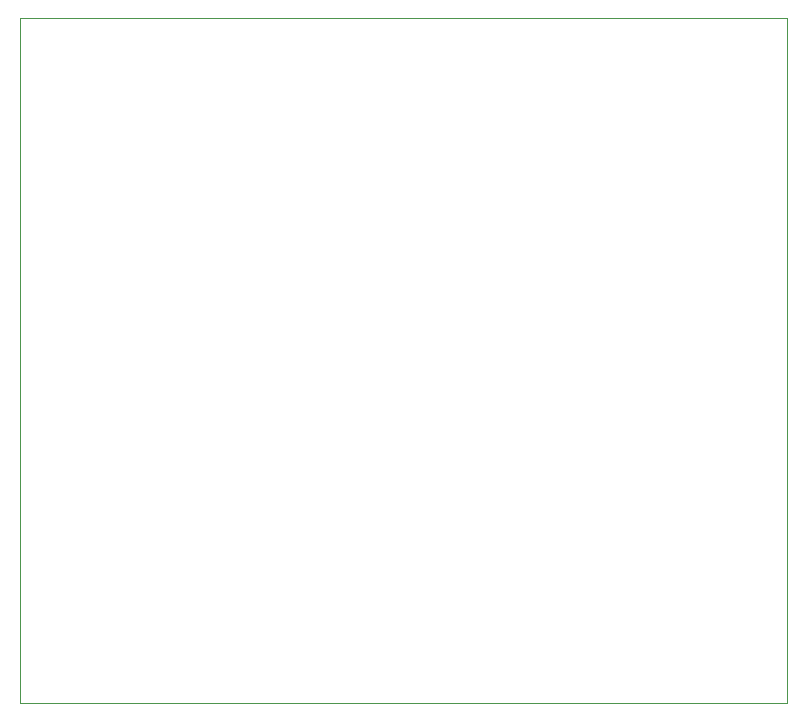
<source format=gbr>
%TF.GenerationSoftware,KiCad,Pcbnew,8.0.8*%
%TF.CreationDate,2025-03-28T13:39:48+02:00*%
%TF.ProjectId,Main PCB,4d61696e-2050-4434-922e-6b696361645f,v1*%
%TF.SameCoordinates,Original*%
%TF.FileFunction,Profile,NP*%
%FSLAX46Y46*%
G04 Gerber Fmt 4.6, Leading zero omitted, Abs format (unit mm)*
G04 Created by KiCad (PCBNEW 8.0.8) date 2025-03-28 13:39:48*
%MOMM*%
%LPD*%
G01*
G04 APERTURE LIST*
%TA.AperFunction,Profile*%
%ADD10C,0.050000*%
%TD*%
G04 APERTURE END LIST*
D10*
X120000000Y-50000000D02*
X185000000Y-50000000D01*
X185000000Y-108000000D01*
X120000000Y-108000000D01*
X120000000Y-50000000D01*
M02*

</source>
